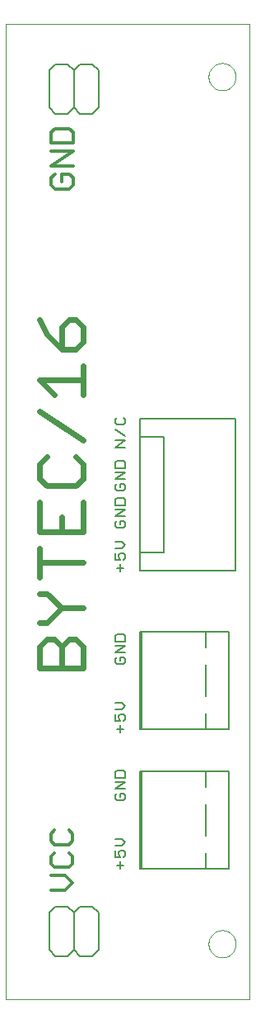
<source format=gto>
G75*
%MOIN*%
%OFA0B0*%
%FSLAX24Y24*%
%IPPOS*%
%LPD*%
%AMOC8*
5,1,8,0,0,1.08239X$1,22.5*
%
%ADD10C,0.0000*%
%ADD11C,0.0120*%
%ADD12C,0.0240*%
%ADD13C,0.0080*%
D10*
X057015Y003890D02*
X057015Y043260D01*
X066882Y043260D01*
X066882Y003890D01*
X057015Y003890D01*
X065215Y006140D02*
X065217Y006187D01*
X065223Y006233D01*
X065233Y006279D01*
X065246Y006323D01*
X065264Y006367D01*
X065285Y006408D01*
X065309Y006448D01*
X065337Y006486D01*
X065368Y006521D01*
X065402Y006553D01*
X065438Y006582D01*
X065477Y006608D01*
X065517Y006631D01*
X065560Y006650D01*
X065604Y006666D01*
X065649Y006678D01*
X065695Y006686D01*
X065742Y006690D01*
X065788Y006690D01*
X065835Y006686D01*
X065881Y006678D01*
X065926Y006666D01*
X065970Y006650D01*
X066013Y006631D01*
X066053Y006608D01*
X066092Y006582D01*
X066128Y006553D01*
X066162Y006521D01*
X066193Y006486D01*
X066221Y006448D01*
X066245Y006408D01*
X066266Y006367D01*
X066284Y006323D01*
X066297Y006279D01*
X066307Y006233D01*
X066313Y006187D01*
X066315Y006140D01*
X066313Y006093D01*
X066307Y006047D01*
X066297Y006001D01*
X066284Y005957D01*
X066266Y005913D01*
X066245Y005872D01*
X066221Y005832D01*
X066193Y005794D01*
X066162Y005759D01*
X066128Y005727D01*
X066092Y005698D01*
X066053Y005672D01*
X066013Y005649D01*
X065970Y005630D01*
X065926Y005614D01*
X065881Y005602D01*
X065835Y005594D01*
X065788Y005590D01*
X065742Y005590D01*
X065695Y005594D01*
X065649Y005602D01*
X065604Y005614D01*
X065560Y005630D01*
X065517Y005649D01*
X065477Y005672D01*
X065438Y005698D01*
X065402Y005727D01*
X065368Y005759D01*
X065337Y005794D01*
X065309Y005832D01*
X065285Y005872D01*
X065264Y005913D01*
X065246Y005957D01*
X065233Y006001D01*
X065223Y006047D01*
X065217Y006093D01*
X065215Y006140D01*
X065215Y041140D02*
X065217Y041187D01*
X065223Y041233D01*
X065233Y041279D01*
X065246Y041323D01*
X065264Y041367D01*
X065285Y041408D01*
X065309Y041448D01*
X065337Y041486D01*
X065368Y041521D01*
X065402Y041553D01*
X065438Y041582D01*
X065477Y041608D01*
X065517Y041631D01*
X065560Y041650D01*
X065604Y041666D01*
X065649Y041678D01*
X065695Y041686D01*
X065742Y041690D01*
X065788Y041690D01*
X065835Y041686D01*
X065881Y041678D01*
X065926Y041666D01*
X065970Y041650D01*
X066013Y041631D01*
X066053Y041608D01*
X066092Y041582D01*
X066128Y041553D01*
X066162Y041521D01*
X066193Y041486D01*
X066221Y041448D01*
X066245Y041408D01*
X066266Y041367D01*
X066284Y041323D01*
X066297Y041279D01*
X066307Y041233D01*
X066313Y041187D01*
X066315Y041140D01*
X066313Y041093D01*
X066307Y041047D01*
X066297Y041001D01*
X066284Y040957D01*
X066266Y040913D01*
X066245Y040872D01*
X066221Y040832D01*
X066193Y040794D01*
X066162Y040759D01*
X066128Y040727D01*
X066092Y040698D01*
X066053Y040672D01*
X066013Y040649D01*
X065970Y040630D01*
X065926Y040614D01*
X065881Y040602D01*
X065835Y040594D01*
X065788Y040590D01*
X065742Y040590D01*
X065695Y040594D01*
X065649Y040602D01*
X065604Y040614D01*
X065560Y040630D01*
X065517Y040649D01*
X065477Y040672D01*
X065438Y040698D01*
X065402Y040727D01*
X065368Y040759D01*
X065337Y040794D01*
X065309Y040832D01*
X065285Y040872D01*
X065264Y040913D01*
X065246Y040957D01*
X065233Y041001D01*
X065223Y041047D01*
X065217Y041093D01*
X065215Y041140D01*
D11*
X059719Y038897D02*
X059719Y038457D01*
X058838Y038457D01*
X058838Y038897D01*
X058985Y039044D01*
X059572Y039044D01*
X059719Y038897D01*
X059719Y038123D02*
X058838Y038123D01*
X058838Y037536D02*
X059719Y038123D01*
X059719Y037536D02*
X058838Y037536D01*
X058985Y037203D02*
X058838Y037056D01*
X058838Y036762D01*
X058985Y036615D01*
X059572Y036615D01*
X059719Y036762D01*
X059719Y037056D01*
X059572Y037203D01*
X059278Y037203D01*
X059278Y036909D01*
X059563Y010735D02*
X059710Y010588D01*
X059710Y010295D01*
X059563Y010148D01*
X058976Y010148D01*
X058829Y010295D01*
X058829Y010588D01*
X058976Y010735D01*
X058976Y009814D02*
X058829Y009667D01*
X058829Y009374D01*
X058976Y009227D01*
X059563Y009227D01*
X059710Y009374D01*
X059710Y009667D01*
X059563Y009814D01*
X059416Y008893D02*
X058829Y008893D01*
X058829Y008306D02*
X059416Y008306D01*
X059710Y008600D01*
X059416Y008893D01*
D12*
X059264Y017260D02*
X059264Y018141D01*
X059558Y018434D01*
X059851Y018434D01*
X060145Y018141D01*
X060145Y017260D01*
X058383Y017260D01*
X058383Y018141D01*
X058677Y018434D01*
X058971Y018434D01*
X059264Y018141D01*
X058677Y019102D02*
X059264Y019689D01*
X060145Y019689D01*
X059264Y019689D02*
X058677Y020276D01*
X058383Y020276D01*
X058383Y020943D02*
X058383Y022117D01*
X058383Y021530D02*
X060145Y021530D01*
X060145Y022785D02*
X058383Y022785D01*
X058383Y023959D01*
X059264Y023372D02*
X059264Y022785D01*
X060145Y022785D02*
X060145Y023959D01*
X059851Y024626D02*
X058677Y024626D01*
X058383Y024920D01*
X058383Y025507D01*
X058677Y025801D01*
X059851Y025801D02*
X060145Y025507D01*
X060145Y024920D01*
X059851Y024626D01*
X060145Y026468D02*
X058383Y027642D01*
X058971Y028309D02*
X058383Y028897D01*
X060145Y028897D01*
X060145Y029484D02*
X060145Y028309D01*
X059851Y030151D02*
X059264Y030151D01*
X059264Y031032D01*
X059558Y031325D01*
X059851Y031325D01*
X060145Y031032D01*
X060145Y030445D01*
X059851Y030151D01*
X059264Y030151D02*
X058677Y030738D01*
X058383Y031325D01*
X058383Y019102D02*
X058677Y019102D01*
D13*
X061430Y018561D02*
X061430Y018351D01*
X061850Y018351D01*
X061850Y018561D01*
X061780Y018631D01*
X061500Y018631D01*
X061430Y018561D01*
X061430Y018171D02*
X061850Y018171D01*
X061430Y017890D01*
X061850Y017890D01*
X061780Y017710D02*
X061640Y017710D01*
X061640Y017570D01*
X061500Y017430D02*
X061780Y017430D01*
X061850Y017500D01*
X061850Y017640D01*
X061780Y017710D01*
X061500Y017710D02*
X061430Y017640D01*
X061430Y017500D01*
X061500Y017430D01*
X061430Y015881D02*
X061710Y015881D01*
X061850Y015741D01*
X061710Y015601D01*
X061430Y015601D01*
X061430Y015421D02*
X061430Y015140D01*
X061640Y015140D01*
X061570Y015281D01*
X061570Y015351D01*
X061640Y015421D01*
X061780Y015421D01*
X061850Y015351D01*
X061850Y015210D01*
X061780Y015140D01*
X061640Y014960D02*
X061640Y014680D01*
X061500Y014820D02*
X061780Y014820D01*
X062420Y014801D02*
X062500Y014801D01*
X062500Y018731D01*
X065100Y018731D01*
X066040Y018731D01*
X066040Y014801D01*
X065100Y014801D01*
X062500Y014801D01*
X062420Y014801D02*
X062420Y018731D01*
X062500Y018731D01*
X065100Y018731D02*
X065100Y018101D01*
X065100Y017401D02*
X065100Y016131D01*
X065100Y015431D02*
X065100Y014801D01*
X065100Y013106D02*
X062500Y013106D01*
X062500Y009176D01*
X062420Y009176D01*
X062420Y013106D01*
X062500Y013106D01*
X061850Y013061D02*
X061780Y013131D01*
X061500Y013131D01*
X061430Y013061D01*
X061430Y012851D01*
X061850Y012851D01*
X061850Y013061D01*
X061850Y012671D02*
X061430Y012671D01*
X061430Y012390D02*
X061850Y012671D01*
X061850Y012390D02*
X061430Y012390D01*
X061500Y012210D02*
X061430Y012140D01*
X061430Y012000D01*
X061500Y011930D01*
X061780Y011930D01*
X061850Y012000D01*
X061850Y012140D01*
X061780Y012210D01*
X061640Y012210D01*
X061640Y012070D01*
X061710Y010381D02*
X061430Y010381D01*
X061710Y010381D02*
X061850Y010241D01*
X061710Y010101D01*
X061430Y010101D01*
X061430Y009921D02*
X061430Y009640D01*
X061640Y009640D01*
X061570Y009781D01*
X061570Y009851D01*
X061640Y009921D01*
X061780Y009921D01*
X061850Y009851D01*
X061850Y009710D01*
X061780Y009640D01*
X061640Y009460D02*
X061640Y009180D01*
X061500Y009320D02*
X061780Y009320D01*
X062500Y009176D02*
X065100Y009176D01*
X065100Y009806D01*
X065100Y009176D02*
X066040Y009176D01*
X066040Y013106D01*
X065100Y013106D01*
X065100Y012476D01*
X065100Y011776D02*
X065100Y010506D01*
X060765Y007390D02*
X060515Y007640D01*
X060015Y007640D01*
X059765Y007390D01*
X059765Y005890D01*
X060015Y005640D01*
X060515Y005640D01*
X060765Y005890D01*
X060765Y007390D01*
X059765Y007390D02*
X059515Y007640D01*
X059015Y007640D01*
X058765Y007390D01*
X058765Y005890D01*
X059015Y005640D01*
X059515Y005640D01*
X059765Y005890D01*
X061640Y021180D02*
X061640Y021460D01*
X061640Y021640D02*
X061570Y021781D01*
X061570Y021851D01*
X061640Y021921D01*
X061780Y021921D01*
X061850Y021851D01*
X061850Y021710D01*
X061780Y021640D01*
X061640Y021640D02*
X061430Y021640D01*
X061430Y021921D01*
X061430Y022101D02*
X061710Y022101D01*
X061850Y022241D01*
X061710Y022381D01*
X061430Y022381D01*
X061500Y022930D02*
X061780Y022930D01*
X061850Y023000D01*
X061850Y023140D01*
X061780Y023210D01*
X061640Y023210D01*
X061640Y023070D01*
X061500Y022930D02*
X061430Y023000D01*
X061430Y023140D01*
X061500Y023210D01*
X061430Y023390D02*
X061850Y023671D01*
X061430Y023671D01*
X061430Y023851D02*
X061430Y024061D01*
X061500Y024131D01*
X061780Y024131D01*
X061850Y024061D01*
X061850Y023851D01*
X061430Y023851D01*
X061430Y023390D02*
X061850Y023390D01*
X061780Y024430D02*
X061500Y024430D01*
X061430Y024500D01*
X061430Y024640D01*
X061500Y024710D01*
X061640Y024710D02*
X061640Y024570D01*
X061640Y024710D02*
X061780Y024710D01*
X061850Y024640D01*
X061850Y024500D01*
X061780Y024430D01*
X061850Y024890D02*
X061430Y024890D01*
X061850Y025171D01*
X061430Y025171D01*
X061430Y025351D02*
X061430Y025561D01*
X061500Y025631D01*
X061780Y025631D01*
X061850Y025561D01*
X061850Y025351D01*
X061430Y025351D01*
X061430Y026180D02*
X061850Y026460D01*
X061430Y026460D01*
X061430Y026180D02*
X061850Y026180D01*
X061850Y026640D02*
X061430Y026921D01*
X061500Y027101D02*
X061780Y027101D01*
X061850Y027171D01*
X061850Y027311D01*
X061780Y027381D01*
X061500Y027381D02*
X061430Y027311D01*
X061430Y027171D01*
X061500Y027101D01*
X062441Y027324D02*
X062441Y026615D01*
X063396Y026615D01*
X063396Y021924D01*
X062441Y021924D01*
X062441Y021216D01*
X066290Y021216D01*
X066290Y027324D01*
X062441Y027324D01*
X062441Y026615D02*
X062441Y021924D01*
X061780Y021320D02*
X061500Y021320D01*
X060515Y039640D02*
X060015Y039640D01*
X059765Y039890D01*
X059765Y041390D01*
X060015Y041640D01*
X060515Y041640D01*
X060765Y041390D01*
X060765Y039890D01*
X060515Y039640D01*
X059765Y039890D02*
X059515Y039640D01*
X059015Y039640D01*
X058765Y039890D01*
X058765Y041390D01*
X059015Y041640D01*
X059515Y041640D01*
X059765Y041390D01*
M02*

</source>
